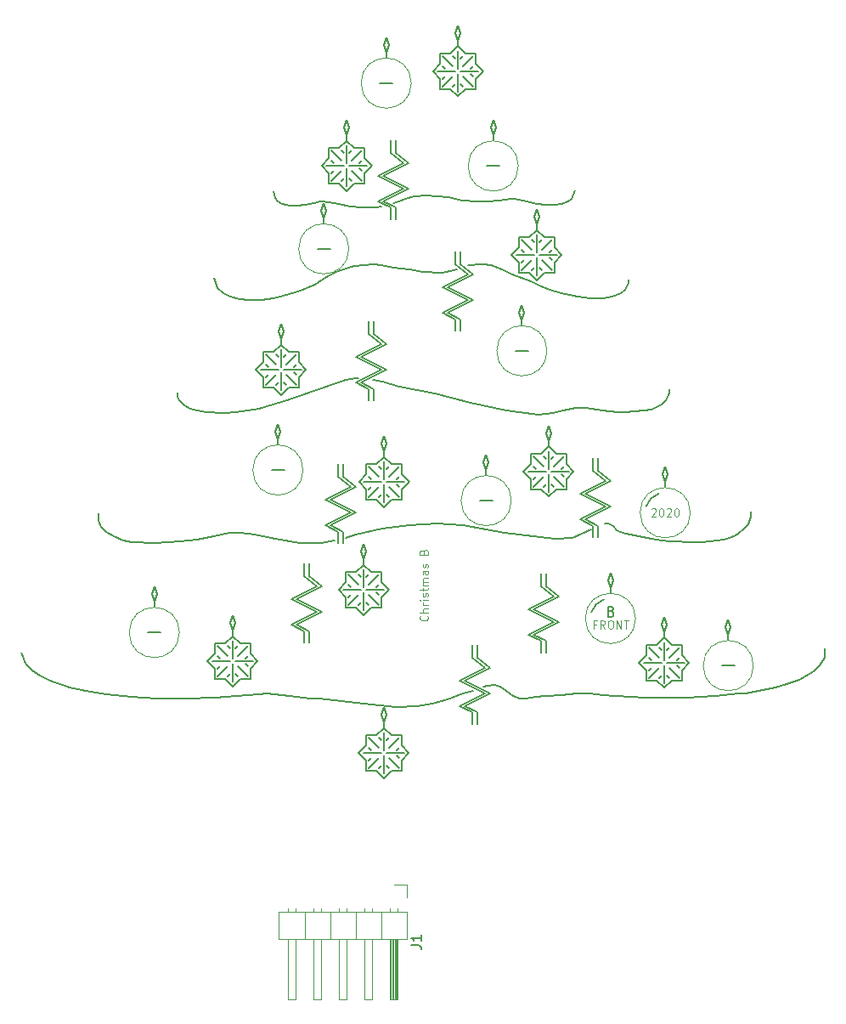
<source format=gto>
G04 #@! TF.GenerationSoftware,KiCad,Pcbnew,(5.1.5)-3*
G04 #@! TF.CreationDate,2020-10-31T02:18:31+01:00*
G04 #@! TF.ProjectId,Christmas B,43687269-7374-46d6-9173-20422e6b6963,rev?*
G04 #@! TF.SameCoordinates,Original*
G04 #@! TF.FileFunction,Legend,Top*
G04 #@! TF.FilePolarity,Positive*
%FSLAX46Y46*%
G04 Gerber Fmt 4.6, Leading zero omitted, Abs format (unit mm)*
G04 Created by KiCad (PCBNEW (5.1.5)-3) date 2020-10-31 02:18:31*
%MOMM*%
%LPD*%
G04 APERTURE LIST*
%ADD10C,0.100000*%
%ADD11C,0.200000*%
%ADD12C,0.150000*%
%ADD13C,0.120000*%
G04 APERTURE END LIST*
D10*
X105060714Y-120249571D02*
X105098809Y-120287666D01*
X105136904Y-120401952D01*
X105136904Y-120478142D01*
X105098809Y-120592428D01*
X105022619Y-120668619D01*
X104946428Y-120706714D01*
X104794047Y-120744809D01*
X104679761Y-120744809D01*
X104527380Y-120706714D01*
X104451190Y-120668619D01*
X104375000Y-120592428D01*
X104336904Y-120478142D01*
X104336904Y-120401952D01*
X104375000Y-120287666D01*
X104413095Y-120249571D01*
X105136904Y-119906714D02*
X104336904Y-119906714D01*
X105136904Y-119563857D02*
X104717857Y-119563857D01*
X104641666Y-119601952D01*
X104603571Y-119678142D01*
X104603571Y-119792428D01*
X104641666Y-119868619D01*
X104679761Y-119906714D01*
X105136904Y-119182904D02*
X104603571Y-119182904D01*
X104755952Y-119182904D02*
X104679761Y-119144809D01*
X104641666Y-119106714D01*
X104603571Y-119030523D01*
X104603571Y-118954333D01*
X105136904Y-118687666D02*
X104603571Y-118687666D01*
X104336904Y-118687666D02*
X104375000Y-118725761D01*
X104413095Y-118687666D01*
X104375000Y-118649571D01*
X104336904Y-118687666D01*
X104413095Y-118687666D01*
X105098809Y-118344809D02*
X105136904Y-118268619D01*
X105136904Y-118116238D01*
X105098809Y-118040047D01*
X105022619Y-118001952D01*
X104984523Y-118001952D01*
X104908333Y-118040047D01*
X104870238Y-118116238D01*
X104870238Y-118230523D01*
X104832142Y-118306714D01*
X104755952Y-118344809D01*
X104717857Y-118344809D01*
X104641666Y-118306714D01*
X104603571Y-118230523D01*
X104603571Y-118116238D01*
X104641666Y-118040047D01*
X104603571Y-117773380D02*
X104603571Y-117468619D01*
X104336904Y-117659095D02*
X105022619Y-117659095D01*
X105098809Y-117621000D01*
X105136904Y-117544809D01*
X105136904Y-117468619D01*
X105136904Y-117201952D02*
X104603571Y-117201952D01*
X104679761Y-117201952D02*
X104641666Y-117163857D01*
X104603571Y-117087666D01*
X104603571Y-116973380D01*
X104641666Y-116897190D01*
X104717857Y-116859095D01*
X105136904Y-116859095D01*
X104717857Y-116859095D02*
X104641666Y-116821000D01*
X104603571Y-116744809D01*
X104603571Y-116630523D01*
X104641666Y-116554333D01*
X104717857Y-116516238D01*
X105136904Y-116516238D01*
X105136904Y-115792428D02*
X104717857Y-115792428D01*
X104641666Y-115830523D01*
X104603571Y-115906714D01*
X104603571Y-116059095D01*
X104641666Y-116135285D01*
X105098809Y-115792428D02*
X105136904Y-115868619D01*
X105136904Y-116059095D01*
X105098809Y-116135285D01*
X105022619Y-116173380D01*
X104946428Y-116173380D01*
X104870238Y-116135285D01*
X104832142Y-116059095D01*
X104832142Y-115868619D01*
X104794047Y-115792428D01*
X105098809Y-115449571D02*
X105136904Y-115373380D01*
X105136904Y-115221000D01*
X105098809Y-115144809D01*
X105022619Y-115106714D01*
X104984523Y-115106714D01*
X104908333Y-115144809D01*
X104870238Y-115221000D01*
X104870238Y-115335285D01*
X104832142Y-115411476D01*
X104755952Y-115449571D01*
X104717857Y-115449571D01*
X104641666Y-115411476D01*
X104603571Y-115335285D01*
X104603571Y-115221000D01*
X104641666Y-115144809D01*
X104717857Y-113887666D02*
X104755952Y-113773380D01*
X104794047Y-113735285D01*
X104870238Y-113697190D01*
X104984523Y-113697190D01*
X105060714Y-113735285D01*
X105098809Y-113773380D01*
X105136904Y-113849571D01*
X105136904Y-114154333D01*
X104336904Y-114154333D01*
X104336904Y-113887666D01*
X104375000Y-113811476D01*
X104413095Y-113773380D01*
X104489285Y-113735285D01*
X104565476Y-113735285D01*
X104641666Y-113773380D01*
X104679761Y-113811476D01*
X104717857Y-113887666D01*
X104717857Y-114154333D01*
D11*
X110426500Y-85217000D02*
X109156500Y-85344000D01*
X106553000Y-86042500D02*
X108013500Y-85725000D01*
X119634000Y-78295500D02*
X119761000Y-77851000D01*
X119443500Y-78676500D02*
X119634000Y-78295500D01*
X119126000Y-78994000D02*
X119443500Y-78676500D01*
X118427500Y-79248000D02*
X119126000Y-78994000D01*
X117792500Y-79311500D02*
X118427500Y-79248000D01*
X116903500Y-79311500D02*
X117792500Y-79311500D01*
X116014500Y-79184500D02*
X116903500Y-79311500D01*
X114998500Y-78930500D02*
X116014500Y-79184500D01*
X113792000Y-78740000D02*
X114998500Y-78930500D01*
X113347500Y-78740000D02*
X113792000Y-78740000D01*
X112268000Y-78867000D02*
X113347500Y-78740000D01*
X110998000Y-78994000D02*
X112268000Y-78867000D01*
X110109000Y-78994000D02*
X110998000Y-78994000D01*
X108521500Y-78867000D02*
X110109000Y-78994000D01*
X107188000Y-78549500D02*
X108521500Y-78867000D01*
X105981500Y-78422500D02*
X107188000Y-78549500D01*
X104965500Y-78359000D02*
X105981500Y-78422500D01*
X103759000Y-78486000D02*
X104965500Y-78359000D01*
X102870000Y-78740000D02*
X103759000Y-78486000D01*
X102298500Y-78994000D02*
X102870000Y-78740000D01*
X101663500Y-79121000D02*
X102298500Y-78994000D01*
X99949000Y-79565500D02*
X100457000Y-79438500D01*
X98615500Y-79565500D02*
X99949000Y-79565500D01*
X97345500Y-79438500D02*
X98615500Y-79565500D01*
X96266000Y-79248000D02*
X97345500Y-79438500D01*
X95250000Y-79057500D02*
X96266000Y-79248000D01*
X94551500Y-78994000D02*
X95250000Y-79057500D01*
X94361000Y-78994000D02*
X94551500Y-78994000D01*
X93789500Y-79121000D02*
X94361000Y-78994000D01*
X92900500Y-79311500D02*
X93789500Y-79121000D01*
X92138500Y-79375000D02*
X92900500Y-79311500D01*
X91376500Y-79375000D02*
X92138500Y-79375000D01*
X90995500Y-79311500D02*
X91376500Y-79375000D01*
X90551000Y-79184500D02*
X90995500Y-79311500D01*
X90170000Y-78930500D02*
X90551000Y-79184500D01*
X89916000Y-78613000D02*
X90170000Y-78930500D01*
X89725500Y-77978000D02*
X89916000Y-78613000D01*
X125095000Y-87058500D02*
X125158500Y-86741000D01*
X124777500Y-87757000D02*
X125095000Y-87058500D01*
X124333000Y-88138000D02*
X124777500Y-87757000D01*
X123507500Y-88455500D02*
X124333000Y-88138000D01*
X122555000Y-88582500D02*
X123507500Y-88455500D01*
X121285000Y-88582500D02*
X122555000Y-88582500D01*
X120015000Y-88455500D02*
X121285000Y-88582500D01*
X118427500Y-88138000D02*
X120015000Y-88455500D01*
X117221000Y-87757000D02*
X118427500Y-88138000D01*
X116268500Y-87376000D02*
X117221000Y-87757000D01*
X115379500Y-86931500D02*
X116268500Y-87376000D01*
X114490500Y-86614000D02*
X115379500Y-86931500D01*
X113538000Y-86233000D02*
X114490500Y-86614000D01*
X112712500Y-85852000D02*
X113538000Y-86233000D01*
X112077500Y-85534500D02*
X112712500Y-85852000D01*
X111442500Y-85344000D02*
X112077500Y-85534500D01*
X110680500Y-85217000D02*
X111442500Y-85344000D01*
X110426500Y-85217000D02*
X110680500Y-85217000D01*
X104648000Y-85979000D02*
X106553000Y-86042500D01*
X103251000Y-85725000D02*
X104648000Y-85979000D01*
X101663500Y-85534500D02*
X103251000Y-85725000D01*
X100457000Y-85280500D02*
X101663500Y-85534500D01*
X99758500Y-85217000D02*
X100457000Y-85280500D01*
X97790000Y-85407500D02*
X99758500Y-85217000D01*
X96202500Y-85915500D02*
X97790000Y-85407500D01*
X95186500Y-86423500D02*
X96202500Y-85915500D01*
X94234000Y-86995000D02*
X95186500Y-86423500D01*
X93853000Y-87249000D02*
X94234000Y-86995000D01*
X93599000Y-87376000D02*
X93853000Y-87249000D01*
X92456000Y-87884000D02*
X93599000Y-87376000D01*
X91567000Y-88138000D02*
X92456000Y-87884000D01*
X90424000Y-88455500D02*
X91567000Y-88138000D01*
X89725500Y-88582500D02*
X90424000Y-88455500D01*
X88519000Y-88773000D02*
X89725500Y-88582500D01*
X87249000Y-88773000D02*
X88519000Y-88773000D01*
X86360000Y-88709500D02*
X87249000Y-88773000D01*
X85407500Y-88455500D02*
X86360000Y-88709500D01*
X84709000Y-88138000D02*
X85407500Y-88455500D01*
X84137500Y-87566500D02*
X84709000Y-88138000D01*
X83820000Y-86614000D02*
X84137500Y-87566500D01*
X144716500Y-124015500D02*
X144716500Y-123507500D01*
X144653000Y-124396500D02*
X144716500Y-124015500D01*
X144208500Y-125222000D02*
X144653000Y-124396500D01*
X143573500Y-125793500D02*
X144208500Y-125222000D01*
X143129000Y-126047500D02*
X143573500Y-125793500D01*
X142113000Y-126619000D02*
X143129000Y-126047500D01*
X140906500Y-127063500D02*
X142113000Y-126619000D01*
X139763500Y-127381000D02*
X140906500Y-127063500D01*
X139319000Y-127444500D02*
X139763500Y-127381000D01*
X138049000Y-127698500D02*
X139319000Y-127444500D01*
X136779000Y-127952500D02*
X138049000Y-127698500D01*
X136144000Y-128016000D02*
X136779000Y-127952500D01*
X133731000Y-128270000D02*
X136144000Y-128016000D01*
X132207000Y-128333500D02*
X133731000Y-128270000D01*
X131000500Y-128397000D02*
X132207000Y-128333500D01*
X128016000Y-128397000D02*
X131000500Y-128397000D01*
X126746000Y-128397000D02*
X128016000Y-128397000D01*
X125476000Y-128333500D02*
X126746000Y-128397000D01*
X123888500Y-128270000D02*
X125476000Y-128333500D01*
X122618500Y-128143000D02*
X123888500Y-128270000D01*
X121221500Y-128016000D02*
X122618500Y-128143000D01*
X120459500Y-127952500D02*
X121221500Y-128016000D01*
X119951500Y-128016000D02*
X120459500Y-127952500D01*
X118427500Y-128143000D02*
X119951500Y-128016000D01*
X116840000Y-128270000D02*
X118427500Y-128143000D01*
X115887500Y-128333500D02*
X116840000Y-128270000D01*
X114871500Y-128460500D02*
X115887500Y-128333500D01*
X114300000Y-128460500D02*
X114871500Y-128460500D01*
X113601500Y-128270000D02*
X114300000Y-128460500D01*
X112966500Y-127762000D02*
X113601500Y-128270000D01*
X112331500Y-127317500D02*
X112966500Y-127762000D01*
X111760000Y-127127000D02*
X112331500Y-127317500D01*
X111061500Y-127190500D02*
X111760000Y-127127000D01*
X110680500Y-127317500D02*
X111061500Y-127190500D01*
X108648500Y-128016000D02*
X109664500Y-127698500D01*
X107061000Y-128587500D02*
X108648500Y-128016000D01*
X105537000Y-129032000D02*
X107061000Y-128587500D01*
X104013000Y-129286000D02*
X105537000Y-129032000D01*
X101917500Y-129349500D02*
X104013000Y-129286000D01*
X98679000Y-129032000D02*
X101917500Y-129349500D01*
X94297500Y-128524000D02*
X98679000Y-129032000D01*
X93916500Y-128524000D02*
X94297500Y-128524000D01*
X93408500Y-128460500D02*
X93916500Y-128524000D01*
X91313000Y-128270000D02*
X93408500Y-128460500D01*
X89852500Y-128079500D02*
X91313000Y-128270000D01*
X89027000Y-128016000D02*
X89852500Y-128079500D01*
X88265000Y-128079500D02*
X89027000Y-128016000D01*
X84899500Y-128333500D02*
X88265000Y-128079500D01*
X83947000Y-128397000D02*
X84899500Y-128333500D01*
X80835500Y-128524000D02*
X83947000Y-128397000D01*
X78803500Y-128524000D02*
X80835500Y-128524000D01*
X78041500Y-128460500D02*
X78803500Y-128524000D01*
X75565000Y-128333500D02*
X78041500Y-128460500D01*
X73088500Y-128079500D02*
X75565000Y-128333500D01*
X70993000Y-127762000D02*
X73088500Y-128079500D01*
X69405500Y-127381000D02*
X70993000Y-127762000D01*
X67437000Y-126682500D02*
X69405500Y-127381000D01*
X66421000Y-126174500D02*
X67437000Y-126682500D01*
X65722500Y-125730000D02*
X66421000Y-126174500D01*
X65214500Y-125222000D02*
X65722500Y-125730000D01*
X64960500Y-124841000D02*
X65214500Y-125222000D01*
X64833500Y-124523500D02*
X64960500Y-124841000D01*
X64579500Y-123888500D02*
X64833500Y-124523500D01*
X137287000Y-110363000D02*
X137287000Y-109855000D01*
X137223500Y-110617000D02*
X137287000Y-110363000D01*
X137033000Y-111125000D02*
X137223500Y-110617000D01*
X136652000Y-111569500D02*
X137033000Y-111125000D01*
X136080500Y-112077500D02*
X136652000Y-111569500D01*
X135763000Y-112268000D02*
X136080500Y-112077500D01*
X135191500Y-112522000D02*
X135763000Y-112268000D01*
X134620000Y-112649000D02*
X135191500Y-112522000D01*
X133921500Y-112776000D02*
X134620000Y-112649000D01*
X132461000Y-112903000D02*
X133921500Y-112776000D01*
X131635500Y-112903000D02*
X132461000Y-112903000D01*
X129286000Y-112839500D02*
X131635500Y-112903000D01*
X128397000Y-112712500D02*
X129286000Y-112839500D01*
X127381000Y-112585500D02*
X128397000Y-112712500D01*
X126111000Y-112331500D02*
X127381000Y-112585500D01*
X124904500Y-112077500D02*
X126111000Y-112331500D01*
X124269500Y-111887000D02*
X124904500Y-112077500D01*
X123952000Y-111696500D02*
X124269500Y-111887000D01*
X123571000Y-111315500D02*
X123952000Y-111696500D01*
X123126500Y-111061500D02*
X123571000Y-111315500D01*
X122745500Y-111061500D02*
X123126500Y-111061500D01*
X119507000Y-112522000D02*
X121412000Y-111633000D01*
X117729000Y-112585500D02*
X119507000Y-112522000D01*
X112776000Y-111950500D02*
X117729000Y-112585500D01*
X108585000Y-111252000D02*
X112776000Y-111950500D01*
X106045000Y-111061500D02*
X108585000Y-111252000D01*
X103314500Y-111188500D02*
X106045000Y-111061500D01*
X100584000Y-111569500D02*
X103314500Y-111188500D01*
X97980500Y-112141000D02*
X100584000Y-111569500D01*
X96964500Y-112458500D02*
X97980500Y-112141000D01*
X94488000Y-112966500D02*
X95821500Y-112712500D01*
X92392500Y-112966500D02*
X94488000Y-112966500D01*
X89916000Y-112585500D02*
X92392500Y-112966500D01*
X87884000Y-112141000D02*
X89916000Y-112585500D01*
X86423500Y-111950500D02*
X87884000Y-112141000D01*
X85344000Y-111950500D02*
X86423500Y-111950500D01*
X83820000Y-112331500D02*
X85344000Y-111950500D01*
X82105500Y-112649000D02*
X83820000Y-112331500D01*
X80454500Y-112839500D02*
X82105500Y-112649000D01*
X77978000Y-113030000D02*
X80454500Y-112839500D01*
X75628500Y-112903000D02*
X77978000Y-113030000D01*
X74739500Y-112712500D02*
X75628500Y-112903000D01*
X73787000Y-112331500D02*
X74739500Y-112712500D01*
X73025000Y-111887000D02*
X73787000Y-112331500D01*
X72580500Y-111379000D02*
X73025000Y-111887000D01*
X72263000Y-110807500D02*
X72580500Y-111379000D01*
X72263000Y-110045500D02*
X72263000Y-110807500D01*
X129159000Y-98044000D02*
X129159000Y-97663000D01*
X129095500Y-98298000D02*
X129159000Y-98044000D01*
X128841500Y-98806000D02*
X129095500Y-98298000D01*
X128460500Y-99187000D02*
X128841500Y-98806000D01*
X127762000Y-99568000D02*
X128460500Y-99187000D01*
X127381000Y-99695000D02*
X127762000Y-99568000D01*
X126682500Y-99822000D02*
X127381000Y-99695000D01*
X124777500Y-99949000D02*
X126682500Y-99822000D01*
X124015500Y-99949000D02*
X124777500Y-99949000D01*
X122491500Y-99758500D02*
X124015500Y-99949000D01*
X120904000Y-99568000D02*
X122491500Y-99758500D01*
X119888000Y-99504500D02*
X120904000Y-99568000D01*
X118618000Y-99758500D02*
X119888000Y-99504500D01*
X117602000Y-100076000D02*
X118618000Y-99758500D01*
X116141500Y-100203000D02*
X117602000Y-100076000D01*
X112966500Y-99758500D02*
X116141500Y-100203000D01*
X109410500Y-99060000D02*
X112966500Y-99758500D01*
X105854500Y-98107500D02*
X109410500Y-99060000D01*
X102298500Y-97409000D02*
X105854500Y-98107500D01*
X100584000Y-96901000D02*
X102298500Y-97409000D01*
X99631500Y-96774000D02*
X100584000Y-96901000D01*
X97917000Y-96583500D02*
X98171000Y-96583500D01*
X96901000Y-96774000D02*
X97917000Y-96583500D01*
X94996000Y-97409000D02*
X96901000Y-96774000D01*
X91122500Y-98806000D02*
X94996000Y-97409000D01*
X88519000Y-99568000D02*
X91122500Y-98806000D01*
X88265000Y-99631500D02*
X88519000Y-99568000D01*
X86042500Y-99949000D02*
X88265000Y-99631500D01*
X84772500Y-100012500D02*
X86042500Y-99949000D01*
X83058000Y-99949000D02*
X84772500Y-100012500D01*
X82105500Y-99822000D02*
X83058000Y-99949000D01*
X81407000Y-99631500D02*
X82105500Y-99822000D01*
X80835500Y-99314000D02*
X81407000Y-99631500D01*
X80327500Y-98806000D02*
X80835500Y-99314000D01*
X80137000Y-98425000D02*
X80327500Y-98806000D01*
X80137000Y-97980500D02*
X80137000Y-98425000D01*
D12*
X126873001Y-109347000D02*
G75*
G02X128143001Y-108077001I1904999J-635000D01*
G01*
X129032000Y-106172000D02*
X128778000Y-106934000D01*
X128778000Y-105410000D02*
X129032000Y-106172000D01*
X128524000Y-106172000D02*
X128778000Y-105410000D01*
X128778000Y-106934000D02*
X128524000Y-106172000D01*
X128778000Y-107442000D02*
X128778000Y-106934000D01*
D10*
X131278000Y-109982000D02*
G75*
G03X131278000Y-109982000I-2500000J0D01*
G01*
D12*
X121412001Y-119888000D02*
G75*
G02X122682001Y-118618001I1904999J-635000D01*
G01*
X123571000Y-116713000D02*
X123317000Y-117475000D01*
X123317000Y-115951000D02*
X123571000Y-116713000D01*
X123063000Y-116713000D02*
X123317000Y-115951000D01*
X123317000Y-117475000D02*
X123063000Y-116713000D01*
X123317000Y-117983000D02*
X123317000Y-117475000D01*
D10*
X125817000Y-120523000D02*
G75*
G03X125817000Y-120523000I-2500000J0D01*
G01*
D12*
X102235000Y-134429500D02*
X101981000Y-134175500D01*
X102235000Y-133413500D02*
X101981000Y-133667500D01*
X99441000Y-134429500D02*
X99187000Y-134683500D01*
X99441000Y-133667500D02*
X99187000Y-133413500D01*
X100965000Y-135191500D02*
X101219000Y-135445500D01*
X100203000Y-135445500D02*
X100457000Y-135191500D01*
X100965000Y-132651500D02*
X101219000Y-132397500D01*
X100203000Y-132397500D02*
X100457000Y-132651500D01*
X100203000Y-134429500D02*
X99187000Y-135445500D01*
X101219000Y-134429500D02*
X102235000Y-135445500D01*
X101219000Y-133413500D02*
X102235000Y-132397500D01*
X99187000Y-132397500D02*
X100203000Y-133413500D01*
X100711000Y-133667500D02*
X100711000Y-131889500D01*
X100965000Y-133921500D02*
X102743000Y-133921500D01*
X98679000Y-133921500D02*
X100457000Y-133921500D01*
X100711000Y-134175500D02*
X100711000Y-135953500D01*
X101473000Y-132143500D02*
X102489000Y-132143500D01*
X100711000Y-131421500D02*
X99949000Y-132143500D01*
X101473000Y-135699500D02*
X102489000Y-135699500D01*
X100711000Y-136421500D02*
X99949000Y-135699500D01*
X102489000Y-133159500D02*
X103211000Y-133921500D01*
X102489000Y-134683500D02*
X103211000Y-133921500D01*
X102489000Y-134683500D02*
X102489000Y-135699500D01*
X98933000Y-134683500D02*
X98933000Y-135699500D01*
X98933000Y-133159500D02*
X98933000Y-132143500D01*
X99949000Y-135699500D02*
X98933000Y-135699500D01*
X102489000Y-132143500D02*
X102489000Y-133159500D01*
X98933000Y-132143500D02*
X99949000Y-132143500D01*
X101473000Y-132143500D02*
X100711000Y-131421500D01*
X100711000Y-136421500D02*
X101473000Y-135699500D01*
X98211000Y-133921500D02*
X98933000Y-134683500D01*
X98933000Y-133159500D02*
X98211000Y-133921500D01*
X100965000Y-130111500D02*
X100711000Y-130873500D01*
X100711000Y-129349500D02*
X100965000Y-130111500D01*
X100457000Y-130111500D02*
X100711000Y-129349500D01*
X100711000Y-130873500D02*
X100457000Y-130111500D01*
X100711000Y-131381500D02*
X100711000Y-130873500D01*
X92773500Y-116332000D02*
X92773500Y-115062000D01*
X91503500Y-121158000D02*
X92773500Y-121828000D01*
X94043500Y-117348000D02*
X91503500Y-118618000D01*
X91503500Y-118618000D02*
X94043500Y-119888000D01*
X92773500Y-116332000D02*
X94043500Y-117348000D01*
X92773500Y-121828000D02*
X92773500Y-122936000D01*
X94043500Y-119888000D02*
X91503500Y-121158000D01*
X93281500Y-121828000D02*
X93281500Y-122936000D01*
X93281500Y-116332000D02*
X93281500Y-115062000D01*
X92011500Y-121158000D02*
X93281500Y-121828000D01*
X94551500Y-119888000D02*
X92011500Y-121158000D01*
X92011500Y-118618000D02*
X94551500Y-119888000D01*
X94551500Y-117348000D02*
X92011500Y-118618000D01*
X93281500Y-116332000D02*
X94551500Y-117348000D01*
X87185500Y-125285500D02*
X86931500Y-125031500D01*
X87185500Y-124269500D02*
X86931500Y-124523500D01*
X84391500Y-125285500D02*
X84137500Y-125539500D01*
X84391500Y-124523500D02*
X84137500Y-124269500D01*
X85915500Y-126047500D02*
X86169500Y-126301500D01*
X85153500Y-126301500D02*
X85407500Y-126047500D01*
X85915500Y-123507500D02*
X86169500Y-123253500D01*
X85153500Y-123253500D02*
X85407500Y-123507500D01*
X85153500Y-125285500D02*
X84137500Y-126301500D01*
X86169500Y-125285500D02*
X87185500Y-126301500D01*
X86169500Y-124269500D02*
X87185500Y-123253500D01*
X84137500Y-123253500D02*
X85153500Y-124269500D01*
X85661500Y-124523500D02*
X85661500Y-122745500D01*
X85915500Y-124777500D02*
X87693500Y-124777500D01*
X83629500Y-124777500D02*
X85407500Y-124777500D01*
X85661500Y-125031500D02*
X85661500Y-126809500D01*
X86423500Y-122999500D02*
X87439500Y-122999500D01*
X85661500Y-122277500D02*
X84899500Y-122999500D01*
X86423500Y-126555500D02*
X87439500Y-126555500D01*
X85661500Y-127277500D02*
X84899500Y-126555500D01*
X87439500Y-124015500D02*
X88161500Y-124777500D01*
X87439500Y-125539500D02*
X88161500Y-124777500D01*
X87439500Y-125539500D02*
X87439500Y-126555500D01*
X83883500Y-125539500D02*
X83883500Y-126555500D01*
X83883500Y-124015500D02*
X83883500Y-122999500D01*
X84899500Y-126555500D02*
X83883500Y-126555500D01*
X87439500Y-122999500D02*
X87439500Y-124015500D01*
X83883500Y-122999500D02*
X84899500Y-122999500D01*
X86423500Y-122999500D02*
X85661500Y-122277500D01*
X85661500Y-127277500D02*
X86423500Y-126555500D01*
X83161500Y-124777500D02*
X83883500Y-125539500D01*
X83883500Y-124015500D02*
X83161500Y-124777500D01*
X85915500Y-120967500D02*
X85661500Y-121729500D01*
X85661500Y-120205500D02*
X85915500Y-120967500D01*
X85407500Y-120967500D02*
X85661500Y-120205500D01*
X85661500Y-121729500D02*
X85407500Y-120967500D01*
X85661500Y-122237500D02*
X85661500Y-121729500D01*
X101409500Y-74104500D02*
X101409500Y-72834500D01*
X100139500Y-78930500D02*
X101409500Y-79600500D01*
X102679500Y-75120500D02*
X100139500Y-76390500D01*
X100139500Y-76390500D02*
X102679500Y-77660500D01*
X101409500Y-74104500D02*
X102679500Y-75120500D01*
X101409500Y-79600500D02*
X101409500Y-80708500D01*
X102679500Y-77660500D02*
X100139500Y-78930500D01*
X101917500Y-79600500D02*
X101917500Y-80708500D01*
X101917500Y-74104500D02*
X101917500Y-72834500D01*
X100647500Y-78930500D02*
X101917500Y-79600500D01*
X103187500Y-77660500D02*
X100647500Y-78930500D01*
X100647500Y-76390500D02*
X103187500Y-77660500D01*
X103187500Y-75120500D02*
X100647500Y-76390500D01*
X101917500Y-74104500D02*
X103187500Y-75120500D01*
X109664500Y-66484500D02*
X109410500Y-66230500D01*
X109664500Y-65468500D02*
X109410500Y-65722500D01*
X106870500Y-66484500D02*
X106616500Y-66738500D01*
X106870500Y-65722500D02*
X106616500Y-65468500D01*
X108394500Y-67246500D02*
X108648500Y-67500500D01*
X107632500Y-67500500D02*
X107886500Y-67246500D01*
X108394500Y-64706500D02*
X108648500Y-64452500D01*
X107632500Y-64452500D02*
X107886500Y-64706500D01*
X107632500Y-66484500D02*
X106616500Y-67500500D01*
X108648500Y-66484500D02*
X109664500Y-67500500D01*
X108648500Y-65468500D02*
X109664500Y-64452500D01*
X106616500Y-64452500D02*
X107632500Y-65468500D01*
X108140500Y-65722500D02*
X108140500Y-63944500D01*
X108394500Y-65976500D02*
X110172500Y-65976500D01*
X106108500Y-65976500D02*
X107886500Y-65976500D01*
X108140500Y-66230500D02*
X108140500Y-68008500D01*
X108902500Y-64198500D02*
X109918500Y-64198500D01*
X108140500Y-63476500D02*
X107378500Y-64198500D01*
X108902500Y-67754500D02*
X109918500Y-67754500D01*
X108140500Y-68476500D02*
X107378500Y-67754500D01*
X109918500Y-65214500D02*
X110640500Y-65976500D01*
X109918500Y-66738500D02*
X110640500Y-65976500D01*
X109918500Y-66738500D02*
X109918500Y-67754500D01*
X106362500Y-66738500D02*
X106362500Y-67754500D01*
X106362500Y-65214500D02*
X106362500Y-64198500D01*
X107378500Y-67754500D02*
X106362500Y-67754500D01*
X109918500Y-64198500D02*
X109918500Y-65214500D01*
X106362500Y-64198500D02*
X107378500Y-64198500D01*
X108902500Y-64198500D02*
X108140500Y-63476500D01*
X108140500Y-68476500D02*
X108902500Y-67754500D01*
X105640500Y-65976500D02*
X106362500Y-66738500D01*
X106362500Y-65214500D02*
X105640500Y-65976500D01*
X108394500Y-62166500D02*
X108140500Y-62928500D01*
X108140500Y-61404500D02*
X108394500Y-62166500D01*
X107886500Y-62166500D02*
X108140500Y-61404500D01*
X108140500Y-62928500D02*
X107886500Y-62166500D01*
X108140500Y-63436500D02*
X108140500Y-62928500D01*
X102298500Y-107442000D02*
X102044500Y-107188000D01*
X102298500Y-106426000D02*
X102044500Y-106680000D01*
X99504500Y-107442000D02*
X99250500Y-107696000D01*
X99504500Y-106680000D02*
X99250500Y-106426000D01*
X101028500Y-108204000D02*
X101282500Y-108458000D01*
X100266500Y-108458000D02*
X100520500Y-108204000D01*
X101028500Y-105664000D02*
X101282500Y-105410000D01*
X100266500Y-105410000D02*
X100520500Y-105664000D01*
X100266500Y-107442000D02*
X99250500Y-108458000D01*
X101282500Y-107442000D02*
X102298500Y-108458000D01*
X101282500Y-106426000D02*
X102298500Y-105410000D01*
X99250500Y-105410000D02*
X100266500Y-106426000D01*
X100774500Y-106680000D02*
X100774500Y-104902000D01*
X101028500Y-106934000D02*
X102806500Y-106934000D01*
X98742500Y-106934000D02*
X100520500Y-106934000D01*
X100774500Y-107188000D02*
X100774500Y-108966000D01*
X101536500Y-105156000D02*
X102552500Y-105156000D01*
X100774500Y-104434000D02*
X100012500Y-105156000D01*
X101536500Y-108712000D02*
X102552500Y-108712000D01*
X100774500Y-109434000D02*
X100012500Y-108712000D01*
X102552500Y-106172000D02*
X103274500Y-106934000D01*
X102552500Y-107696000D02*
X103274500Y-106934000D01*
X102552500Y-107696000D02*
X102552500Y-108712000D01*
X98996500Y-107696000D02*
X98996500Y-108712000D01*
X98996500Y-106172000D02*
X98996500Y-105156000D01*
X100012500Y-108712000D02*
X98996500Y-108712000D01*
X102552500Y-105156000D02*
X102552500Y-106172000D01*
X98996500Y-105156000D02*
X100012500Y-105156000D01*
X101536500Y-105156000D02*
X100774500Y-104434000D01*
X100774500Y-109434000D02*
X101536500Y-108712000D01*
X98274500Y-106934000D02*
X98996500Y-107696000D01*
X98996500Y-106172000D02*
X98274500Y-106934000D01*
X101028500Y-103124000D02*
X100774500Y-103886000D01*
X100774500Y-102362000D02*
X101028500Y-103124000D01*
X100520500Y-103124000D02*
X100774500Y-102362000D01*
X100774500Y-103886000D02*
X100520500Y-103124000D01*
X100774500Y-104394000D02*
X100774500Y-103886000D01*
X115951000Y-81788000D02*
X115951000Y-81280000D01*
X115951000Y-81280000D02*
X115697000Y-80518000D01*
X115697000Y-80518000D02*
X115951000Y-79756000D01*
X115951000Y-79756000D02*
X116205000Y-80518000D01*
X116205000Y-80518000D02*
X115951000Y-81280000D01*
X114173000Y-83566000D02*
X113451000Y-84328000D01*
X113451000Y-84328000D02*
X114173000Y-85090000D01*
X115951000Y-86828000D02*
X116713000Y-86106000D01*
X116713000Y-82550000D02*
X115951000Y-81828000D01*
X114173000Y-82550000D02*
X115189000Y-82550000D01*
X117729000Y-82550000D02*
X117729000Y-83566000D01*
X115189000Y-86106000D02*
X114173000Y-86106000D01*
X114173000Y-83566000D02*
X114173000Y-82550000D01*
X114173000Y-85090000D02*
X114173000Y-86106000D01*
X117729000Y-85090000D02*
X117729000Y-86106000D01*
X117729000Y-85090000D02*
X118451000Y-84328000D01*
X117729000Y-83566000D02*
X118451000Y-84328000D01*
X115951000Y-86828000D02*
X115189000Y-86106000D01*
X116713000Y-86106000D02*
X117729000Y-86106000D01*
X115951000Y-81828000D02*
X115189000Y-82550000D01*
X116713000Y-82550000D02*
X117729000Y-82550000D01*
X115951000Y-84582000D02*
X115951000Y-86360000D01*
X113919000Y-84328000D02*
X115697000Y-84328000D01*
X116205000Y-84328000D02*
X117983000Y-84328000D01*
X115951000Y-84074000D02*
X115951000Y-82296000D01*
X114427000Y-82804000D02*
X115443000Y-83820000D01*
X116459000Y-83820000D02*
X117475000Y-82804000D01*
X116459000Y-84836000D02*
X117475000Y-85852000D01*
X115443000Y-84836000D02*
X114427000Y-85852000D01*
X115443000Y-82804000D02*
X115697000Y-83058000D01*
X116205000Y-83058000D02*
X116459000Y-82804000D01*
X115443000Y-85852000D02*
X115697000Y-85598000D01*
X116205000Y-85598000D02*
X116459000Y-85852000D01*
X114681000Y-84074000D02*
X114427000Y-83820000D01*
X114681000Y-84836000D02*
X114427000Y-85090000D01*
X117475000Y-83820000D02*
X117221000Y-84074000D01*
X117475000Y-84836000D02*
X117221000Y-84582000D01*
X97028000Y-72898000D02*
X97028000Y-72390000D01*
X97028000Y-72390000D02*
X96774000Y-71628000D01*
X96774000Y-71628000D02*
X97028000Y-70866000D01*
X97028000Y-70866000D02*
X97282000Y-71628000D01*
X97282000Y-71628000D02*
X97028000Y-72390000D01*
X95250000Y-74676000D02*
X94528000Y-75438000D01*
X94528000Y-75438000D02*
X95250000Y-76200000D01*
X97028000Y-77938000D02*
X97790000Y-77216000D01*
X97790000Y-73660000D02*
X97028000Y-72938000D01*
X95250000Y-73660000D02*
X96266000Y-73660000D01*
X98806000Y-73660000D02*
X98806000Y-74676000D01*
X96266000Y-77216000D02*
X95250000Y-77216000D01*
X95250000Y-74676000D02*
X95250000Y-73660000D01*
X95250000Y-76200000D02*
X95250000Y-77216000D01*
X98806000Y-76200000D02*
X98806000Y-77216000D01*
X98806000Y-76200000D02*
X99528000Y-75438000D01*
X98806000Y-74676000D02*
X99528000Y-75438000D01*
X97028000Y-77938000D02*
X96266000Y-77216000D01*
X97790000Y-77216000D02*
X98806000Y-77216000D01*
X97028000Y-72938000D02*
X96266000Y-73660000D01*
X97790000Y-73660000D02*
X98806000Y-73660000D01*
X97028000Y-75692000D02*
X97028000Y-77470000D01*
X94996000Y-75438000D02*
X96774000Y-75438000D01*
X97282000Y-75438000D02*
X99060000Y-75438000D01*
X97028000Y-75184000D02*
X97028000Y-73406000D01*
X95504000Y-73914000D02*
X96520000Y-74930000D01*
X97536000Y-74930000D02*
X98552000Y-73914000D01*
X97536000Y-75946000D02*
X98552000Y-76962000D01*
X96520000Y-75946000D02*
X95504000Y-76962000D01*
X96520000Y-73914000D02*
X96774000Y-74168000D01*
X97282000Y-74168000D02*
X97536000Y-73914000D01*
X96520000Y-76962000D02*
X96774000Y-76708000D01*
X97282000Y-76708000D02*
X97536000Y-76962000D01*
X95758000Y-75184000D02*
X95504000Y-74930000D01*
X95758000Y-75946000D02*
X95504000Y-76200000D01*
X98552000Y-74930000D02*
X98298000Y-75184000D01*
X98552000Y-75946000D02*
X98298000Y-75692000D01*
X128651000Y-122364500D02*
X128651000Y-121856500D01*
X128651000Y-121856500D02*
X128397000Y-121094500D01*
X128397000Y-121094500D02*
X128651000Y-120332500D01*
X128651000Y-120332500D02*
X128905000Y-121094500D01*
X128905000Y-121094500D02*
X128651000Y-121856500D01*
X126873000Y-124142500D02*
X126151000Y-124904500D01*
X126151000Y-124904500D02*
X126873000Y-125666500D01*
X128651000Y-127404500D02*
X129413000Y-126682500D01*
X129413000Y-123126500D02*
X128651000Y-122404500D01*
X126873000Y-123126500D02*
X127889000Y-123126500D01*
X130429000Y-123126500D02*
X130429000Y-124142500D01*
X127889000Y-126682500D02*
X126873000Y-126682500D01*
X126873000Y-124142500D02*
X126873000Y-123126500D01*
X126873000Y-125666500D02*
X126873000Y-126682500D01*
X130429000Y-125666500D02*
X130429000Y-126682500D01*
X130429000Y-125666500D02*
X131151000Y-124904500D01*
X130429000Y-124142500D02*
X131151000Y-124904500D01*
X128651000Y-127404500D02*
X127889000Y-126682500D01*
X129413000Y-126682500D02*
X130429000Y-126682500D01*
X128651000Y-122404500D02*
X127889000Y-123126500D01*
X129413000Y-123126500D02*
X130429000Y-123126500D01*
X128651000Y-125158500D02*
X128651000Y-126936500D01*
X126619000Y-124904500D02*
X128397000Y-124904500D01*
X128905000Y-124904500D02*
X130683000Y-124904500D01*
X128651000Y-124650500D02*
X128651000Y-122872500D01*
X127127000Y-123380500D02*
X128143000Y-124396500D01*
X129159000Y-124396500D02*
X130175000Y-123380500D01*
X129159000Y-125412500D02*
X130175000Y-126428500D01*
X128143000Y-125412500D02*
X127127000Y-126428500D01*
X128143000Y-123380500D02*
X128397000Y-123634500D01*
X128905000Y-123634500D02*
X129159000Y-123380500D01*
X128143000Y-126428500D02*
X128397000Y-126174500D01*
X128905000Y-126174500D02*
X129159000Y-126428500D01*
X127381000Y-124650500D02*
X127127000Y-124396500D01*
X127381000Y-125412500D02*
X127127000Y-125666500D01*
X130175000Y-124396500D02*
X129921000Y-124650500D01*
X130175000Y-125412500D02*
X129921000Y-125158500D01*
X117157500Y-103314500D02*
X117157500Y-102806500D01*
X117157500Y-102806500D02*
X116903500Y-102044500D01*
X116903500Y-102044500D02*
X117157500Y-101282500D01*
X117157500Y-101282500D02*
X117411500Y-102044500D01*
X117411500Y-102044500D02*
X117157500Y-102806500D01*
X115379500Y-105092500D02*
X114657500Y-105854500D01*
X114657500Y-105854500D02*
X115379500Y-106616500D01*
X117157500Y-108354500D02*
X117919500Y-107632500D01*
X117919500Y-104076500D02*
X117157500Y-103354500D01*
X115379500Y-104076500D02*
X116395500Y-104076500D01*
X118935500Y-104076500D02*
X118935500Y-105092500D01*
X116395500Y-107632500D02*
X115379500Y-107632500D01*
X115379500Y-105092500D02*
X115379500Y-104076500D01*
X115379500Y-106616500D02*
X115379500Y-107632500D01*
X118935500Y-106616500D02*
X118935500Y-107632500D01*
X118935500Y-106616500D02*
X119657500Y-105854500D01*
X118935500Y-105092500D02*
X119657500Y-105854500D01*
X117157500Y-108354500D02*
X116395500Y-107632500D01*
X117919500Y-107632500D02*
X118935500Y-107632500D01*
X117157500Y-103354500D02*
X116395500Y-104076500D01*
X117919500Y-104076500D02*
X118935500Y-104076500D01*
X117157500Y-106108500D02*
X117157500Y-107886500D01*
X115125500Y-105854500D02*
X116903500Y-105854500D01*
X117411500Y-105854500D02*
X119189500Y-105854500D01*
X117157500Y-105600500D02*
X117157500Y-103822500D01*
X115633500Y-104330500D02*
X116649500Y-105346500D01*
X117665500Y-105346500D02*
X118681500Y-104330500D01*
X117665500Y-106362500D02*
X118681500Y-107378500D01*
X116649500Y-106362500D02*
X115633500Y-107378500D01*
X116649500Y-104330500D02*
X116903500Y-104584500D01*
X117411500Y-104584500D02*
X117665500Y-104330500D01*
X116649500Y-107378500D02*
X116903500Y-107124500D01*
X117411500Y-107124500D02*
X117665500Y-107378500D01*
X115887500Y-105600500D02*
X115633500Y-105346500D01*
X115887500Y-106362500D02*
X115633500Y-106616500D01*
X118681500Y-105346500D02*
X118427500Y-105600500D01*
X118681500Y-106362500D02*
X118427500Y-106108500D01*
X98742500Y-115125500D02*
X98742500Y-114617500D01*
X98742500Y-114617500D02*
X98488500Y-113855500D01*
X98488500Y-113855500D02*
X98742500Y-113093500D01*
X98742500Y-113093500D02*
X98996500Y-113855500D01*
X98996500Y-113855500D02*
X98742500Y-114617500D01*
X96964500Y-116903500D02*
X96242500Y-117665500D01*
X96242500Y-117665500D02*
X96964500Y-118427500D01*
X98742500Y-120165500D02*
X99504500Y-119443500D01*
X99504500Y-115887500D02*
X98742500Y-115165500D01*
X96964500Y-115887500D02*
X97980500Y-115887500D01*
X100520500Y-115887500D02*
X100520500Y-116903500D01*
X97980500Y-119443500D02*
X96964500Y-119443500D01*
X96964500Y-116903500D02*
X96964500Y-115887500D01*
X96964500Y-118427500D02*
X96964500Y-119443500D01*
X100520500Y-118427500D02*
X100520500Y-119443500D01*
X100520500Y-118427500D02*
X101242500Y-117665500D01*
X100520500Y-116903500D02*
X101242500Y-117665500D01*
X98742500Y-120165500D02*
X97980500Y-119443500D01*
X99504500Y-119443500D02*
X100520500Y-119443500D01*
X98742500Y-115165500D02*
X97980500Y-115887500D01*
X99504500Y-115887500D02*
X100520500Y-115887500D01*
X98742500Y-117919500D02*
X98742500Y-119697500D01*
X96710500Y-117665500D02*
X98488500Y-117665500D01*
X98996500Y-117665500D02*
X100774500Y-117665500D01*
X98742500Y-117411500D02*
X98742500Y-115633500D01*
X97218500Y-116141500D02*
X98234500Y-117157500D01*
X99250500Y-117157500D02*
X100266500Y-116141500D01*
X99250500Y-118173500D02*
X100266500Y-119189500D01*
X98234500Y-118173500D02*
X97218500Y-119189500D01*
X98234500Y-116141500D02*
X98488500Y-116395500D01*
X98996500Y-116395500D02*
X99250500Y-116141500D01*
X98234500Y-119189500D02*
X98488500Y-118935500D01*
X98996500Y-118935500D02*
X99250500Y-119189500D01*
X97472500Y-117411500D02*
X97218500Y-117157500D01*
X97472500Y-118173500D02*
X97218500Y-118427500D01*
X100266500Y-117157500D02*
X100012500Y-117411500D01*
X100266500Y-118173500D02*
X100012500Y-117919500D01*
X92011500Y-96266000D02*
X91757500Y-96012000D01*
X92011500Y-95250000D02*
X91757500Y-95504000D01*
X89217500Y-96266000D02*
X88963500Y-96520000D01*
X89217500Y-95504000D02*
X88963500Y-95250000D01*
X90741500Y-97028000D02*
X90995500Y-97282000D01*
X89979500Y-97282000D02*
X90233500Y-97028000D01*
X90741500Y-94488000D02*
X90995500Y-94234000D01*
X89979500Y-94234000D02*
X90233500Y-94488000D01*
X89979500Y-96266000D02*
X88963500Y-97282000D01*
X90995500Y-96266000D02*
X92011500Y-97282000D01*
X90995500Y-95250000D02*
X92011500Y-94234000D01*
X88963500Y-94234000D02*
X89979500Y-95250000D01*
X90487500Y-95504000D02*
X90487500Y-93726000D01*
X90741500Y-95758000D02*
X92519500Y-95758000D01*
X88455500Y-95758000D02*
X90233500Y-95758000D01*
X90487500Y-96012000D02*
X90487500Y-97790000D01*
X91249500Y-93980000D02*
X92265500Y-93980000D01*
X90487500Y-93258000D02*
X89725500Y-93980000D01*
X91249500Y-97536000D02*
X92265500Y-97536000D01*
X90487500Y-98258000D02*
X89725500Y-97536000D01*
X92265500Y-94996000D02*
X92987500Y-95758000D01*
X92265500Y-96520000D02*
X92987500Y-95758000D01*
X92265500Y-96520000D02*
X92265500Y-97536000D01*
X88709500Y-96520000D02*
X88709500Y-97536000D01*
X88709500Y-94996000D02*
X88709500Y-93980000D01*
X89725500Y-97536000D02*
X88709500Y-97536000D01*
X92265500Y-93980000D02*
X92265500Y-94996000D01*
X88709500Y-93980000D02*
X89725500Y-93980000D01*
X91249500Y-93980000D02*
X90487500Y-93258000D01*
X90487500Y-98258000D02*
X91249500Y-97536000D01*
X87987500Y-95758000D02*
X88709500Y-96520000D01*
X88709500Y-94996000D02*
X87987500Y-95758000D01*
X90741500Y-91948000D02*
X90487500Y-92710000D01*
X90487500Y-91186000D02*
X90741500Y-91948000D01*
X90233500Y-91948000D02*
X90487500Y-91186000D01*
X90487500Y-92710000D02*
X90233500Y-91948000D01*
X90487500Y-93218000D02*
X90487500Y-92710000D01*
X99187000Y-92202000D02*
X99187000Y-90932000D01*
X97917000Y-97028000D02*
X99187000Y-97698000D01*
X100457000Y-93218000D02*
X97917000Y-94488000D01*
X97917000Y-94488000D02*
X100457000Y-95758000D01*
X99187000Y-92202000D02*
X100457000Y-93218000D01*
X99187000Y-97698000D02*
X99187000Y-98806000D01*
X100457000Y-95758000D02*
X97917000Y-97028000D01*
X99695000Y-97698000D02*
X99695000Y-98806000D01*
X99695000Y-92202000D02*
X99695000Y-90932000D01*
X98425000Y-97028000D02*
X99695000Y-97698000D01*
X100965000Y-95758000D02*
X98425000Y-97028000D01*
X98425000Y-94488000D02*
X100965000Y-95758000D01*
X100965000Y-93218000D02*
X98425000Y-94488000D01*
X99695000Y-92202000D02*
X100965000Y-93218000D01*
X96139000Y-106426000D02*
X96139000Y-105156000D01*
X94869000Y-111252000D02*
X96139000Y-111922000D01*
X97409000Y-107442000D02*
X94869000Y-108712000D01*
X94869000Y-108712000D02*
X97409000Y-109982000D01*
X96139000Y-106426000D02*
X97409000Y-107442000D01*
X96139000Y-111922000D02*
X96139000Y-113030000D01*
X97409000Y-109982000D02*
X94869000Y-111252000D01*
X96647000Y-111922000D02*
X96647000Y-113030000D01*
X96647000Y-106426000D02*
X96647000Y-105156000D01*
X95377000Y-111252000D02*
X96647000Y-111922000D01*
X97917000Y-109982000D02*
X95377000Y-111252000D01*
X95377000Y-108712000D02*
X97917000Y-109982000D01*
X97917000Y-107442000D02*
X95377000Y-108712000D01*
X96647000Y-106426000D02*
X97917000Y-107442000D01*
X107823000Y-85217000D02*
X107823000Y-83947000D01*
X106553000Y-90043000D02*
X107823000Y-90713000D01*
X109093000Y-86233000D02*
X106553000Y-87503000D01*
X106553000Y-87503000D02*
X109093000Y-88773000D01*
X107823000Y-85217000D02*
X109093000Y-86233000D01*
X107823000Y-90713000D02*
X107823000Y-91821000D01*
X109093000Y-88773000D02*
X106553000Y-90043000D01*
X108331000Y-90713000D02*
X108331000Y-91821000D01*
X108331000Y-85217000D02*
X108331000Y-83947000D01*
X107061000Y-90043000D02*
X108331000Y-90713000D01*
X109601000Y-88773000D02*
X107061000Y-90043000D01*
X107061000Y-87503000D02*
X109601000Y-88773000D01*
X109601000Y-86233000D02*
X107061000Y-87503000D01*
X108331000Y-85217000D02*
X109601000Y-86233000D01*
X121539000Y-105791000D02*
X121539000Y-104521000D01*
X120269000Y-110617000D02*
X121539000Y-111287000D01*
X122809000Y-106807000D02*
X120269000Y-108077000D01*
X120269000Y-108077000D02*
X122809000Y-109347000D01*
X121539000Y-105791000D02*
X122809000Y-106807000D01*
X121539000Y-111287000D02*
X121539000Y-112395000D01*
X122809000Y-109347000D02*
X120269000Y-110617000D01*
X122047000Y-111287000D02*
X122047000Y-112395000D01*
X122047000Y-105791000D02*
X122047000Y-104521000D01*
X120777000Y-110617000D02*
X122047000Y-111287000D01*
X123317000Y-109347000D02*
X120777000Y-110617000D01*
X120777000Y-108077000D02*
X123317000Y-109347000D01*
X123317000Y-106807000D02*
X120777000Y-108077000D01*
X122047000Y-105791000D02*
X123317000Y-106807000D01*
X116395500Y-117284500D02*
X116395500Y-116014500D01*
X115125500Y-122110500D02*
X116395500Y-122780500D01*
X117665500Y-118300500D02*
X115125500Y-119570500D01*
X115125500Y-119570500D02*
X117665500Y-120840500D01*
X116395500Y-117284500D02*
X117665500Y-118300500D01*
X116395500Y-122780500D02*
X116395500Y-123888500D01*
X117665500Y-120840500D02*
X115125500Y-122110500D01*
X116903500Y-122780500D02*
X116903500Y-123888500D01*
X116903500Y-117284500D02*
X116903500Y-116014500D01*
X115633500Y-122110500D02*
X116903500Y-122780500D01*
X118173500Y-120840500D02*
X115633500Y-122110500D01*
X115633500Y-119570500D02*
X118173500Y-120840500D01*
X118173500Y-118300500D02*
X115633500Y-119570500D01*
X116903500Y-117284500D02*
X118173500Y-118300500D01*
X109537500Y-124396500D02*
X109537500Y-123126500D01*
X108267500Y-129222500D02*
X109537500Y-129892500D01*
X110807500Y-125412500D02*
X108267500Y-126682500D01*
X108267500Y-126682500D02*
X110807500Y-127952500D01*
X109537500Y-124396500D02*
X110807500Y-125412500D01*
X109537500Y-129892500D02*
X109537500Y-131000500D01*
X110807500Y-127952500D02*
X108267500Y-129222500D01*
X110045500Y-129892500D02*
X110045500Y-131000500D01*
X110045500Y-124396500D02*
X110045500Y-123126500D01*
X108775500Y-129222500D02*
X110045500Y-129892500D01*
X111315500Y-127952500D02*
X108775500Y-129222500D01*
X108775500Y-126682500D02*
X111315500Y-127952500D01*
X111315500Y-125412500D02*
X108775500Y-126682500D01*
X110045500Y-124396500D02*
X111315500Y-125412500D01*
X94996000Y-79883000D02*
X94742000Y-80645000D01*
X94742000Y-79121000D02*
X94996000Y-79883000D01*
X94488000Y-79883000D02*
X94742000Y-79121000D01*
X94742000Y-80645000D02*
X94488000Y-79883000D01*
X94742000Y-81153000D02*
X94742000Y-80645000D01*
X94107000Y-83693000D02*
X95377000Y-83693000D01*
D10*
X97242000Y-83693000D02*
G75*
G03X97242000Y-83693000I-2500000J0D01*
G01*
D12*
X101219000Y-63373000D02*
X100965000Y-64135000D01*
X100965000Y-62611000D02*
X101219000Y-63373000D01*
X100711000Y-63373000D02*
X100965000Y-62611000D01*
X100965000Y-64135000D02*
X100711000Y-63373000D01*
X100965000Y-64643000D02*
X100965000Y-64135000D01*
X100330000Y-67183000D02*
X101600000Y-67183000D01*
D10*
X103465000Y-67183000D02*
G75*
G03X103465000Y-67183000I-2500000J0D01*
G01*
D12*
X90424000Y-101917500D02*
X90170000Y-102679500D01*
X90170000Y-101155500D02*
X90424000Y-101917500D01*
X89916000Y-101917500D02*
X90170000Y-101155500D01*
X90170000Y-102679500D02*
X89916000Y-101917500D01*
X90170000Y-103187500D02*
X90170000Y-102679500D01*
X89535000Y-105727500D02*
X90805000Y-105727500D01*
D10*
X92670000Y-105727500D02*
G75*
G03X92670000Y-105727500I-2500000J0D01*
G01*
D12*
X78105000Y-118110000D02*
X77851000Y-118872000D01*
X77851000Y-117348000D02*
X78105000Y-118110000D01*
X77597000Y-118110000D02*
X77851000Y-117348000D01*
X77851000Y-118872000D02*
X77597000Y-118110000D01*
X77851000Y-119380000D02*
X77851000Y-118872000D01*
X77216000Y-121920000D02*
X78486000Y-121920000D01*
D10*
X80351000Y-121920000D02*
G75*
G03X80351000Y-121920000I-2500000J0D01*
G01*
D12*
X111887000Y-71628000D02*
X111633000Y-72390000D01*
X111633000Y-70866000D02*
X111887000Y-71628000D01*
X111379000Y-71628000D02*
X111633000Y-70866000D01*
X111633000Y-72390000D02*
X111379000Y-71628000D01*
X111633000Y-72898000D02*
X111633000Y-72390000D01*
X110998000Y-75438000D02*
X112268000Y-75438000D01*
D10*
X114133000Y-75438000D02*
G75*
G03X114133000Y-75438000I-2500000J0D01*
G01*
D12*
X114744500Y-90043000D02*
X114490500Y-90805000D01*
X114490500Y-89281000D02*
X114744500Y-90043000D01*
X114236500Y-90043000D02*
X114490500Y-89281000D01*
X114490500Y-90805000D02*
X114236500Y-90043000D01*
X114490500Y-91313000D02*
X114490500Y-90805000D01*
X113855500Y-93853000D02*
X115125500Y-93853000D01*
D10*
X116990500Y-93853000D02*
G75*
G03X116990500Y-93853000I-2500000J0D01*
G01*
D12*
X111188500Y-104965500D02*
X110934500Y-105727500D01*
X110934500Y-104203500D02*
X111188500Y-104965500D01*
X110680500Y-104965500D02*
X110934500Y-104203500D01*
X110934500Y-105727500D02*
X110680500Y-104965500D01*
X110934500Y-106235500D02*
X110934500Y-105727500D01*
X110299500Y-108775500D02*
X111569500Y-108775500D01*
D10*
X113434500Y-108775500D02*
G75*
G03X113434500Y-108775500I-2500000J0D01*
G01*
D12*
X135318500Y-121412000D02*
X135064500Y-122174000D01*
X135064500Y-120650000D02*
X135318500Y-121412000D01*
X134810500Y-121412000D02*
X135064500Y-120650000D01*
X135064500Y-122174000D02*
X134810500Y-121412000D01*
X135064500Y-122682000D02*
X135064500Y-122174000D01*
X134429500Y-125222000D02*
X135699500Y-125222000D01*
D10*
X137564500Y-125222000D02*
G75*
G03X137564500Y-125222000I-2500000J0D01*
G01*
D13*
X103057000Y-149776000D02*
X90237000Y-149776000D01*
X90237000Y-149776000D02*
X90237000Y-152436000D01*
X90237000Y-152436000D02*
X103057000Y-152436000D01*
X103057000Y-152436000D02*
X103057000Y-149776000D01*
X102107000Y-152436000D02*
X102107000Y-158436000D01*
X102107000Y-158436000D02*
X101347000Y-158436000D01*
X101347000Y-158436000D02*
X101347000Y-152436000D01*
X102047000Y-152436000D02*
X102047000Y-158436000D01*
X101927000Y-152436000D02*
X101927000Y-158436000D01*
X101807000Y-152436000D02*
X101807000Y-158436000D01*
X101687000Y-152436000D02*
X101687000Y-158436000D01*
X101567000Y-152436000D02*
X101567000Y-158436000D01*
X101447000Y-152436000D02*
X101447000Y-158436000D01*
X102107000Y-149446000D02*
X102107000Y-149776000D01*
X101347000Y-149446000D02*
X101347000Y-149776000D01*
X100457000Y-149776000D02*
X100457000Y-152436000D01*
X99567000Y-152436000D02*
X99567000Y-158436000D01*
X99567000Y-158436000D02*
X98807000Y-158436000D01*
X98807000Y-158436000D02*
X98807000Y-152436000D01*
X99567000Y-149378929D02*
X99567000Y-149776000D01*
X98807000Y-149378929D02*
X98807000Y-149776000D01*
X97917000Y-149776000D02*
X97917000Y-152436000D01*
X97027000Y-152436000D02*
X97027000Y-158436000D01*
X97027000Y-158436000D02*
X96267000Y-158436000D01*
X96267000Y-158436000D02*
X96267000Y-152436000D01*
X97027000Y-149378929D02*
X97027000Y-149776000D01*
X96267000Y-149378929D02*
X96267000Y-149776000D01*
X95377000Y-149776000D02*
X95377000Y-152436000D01*
X94487000Y-152436000D02*
X94487000Y-158436000D01*
X94487000Y-158436000D02*
X93727000Y-158436000D01*
X93727000Y-158436000D02*
X93727000Y-152436000D01*
X94487000Y-149378929D02*
X94487000Y-149776000D01*
X93727000Y-149378929D02*
X93727000Y-149776000D01*
X92837000Y-149776000D02*
X92837000Y-152436000D01*
X91947000Y-152436000D02*
X91947000Y-158436000D01*
X91947000Y-158436000D02*
X91187000Y-158436000D01*
X91187000Y-158436000D02*
X91187000Y-152436000D01*
X91947000Y-149378929D02*
X91947000Y-149776000D01*
X91187000Y-149378929D02*
X91187000Y-149776000D01*
X101727000Y-147066000D02*
X102997000Y-147066000D01*
X102997000Y-147066000D02*
X102997000Y-148336000D01*
D10*
X127406571Y-109620095D02*
X127444666Y-109582000D01*
X127520857Y-109543904D01*
X127711333Y-109543904D01*
X127787523Y-109582000D01*
X127825619Y-109620095D01*
X127863714Y-109696285D01*
X127863714Y-109772476D01*
X127825619Y-109886761D01*
X127368476Y-110343904D01*
X127863714Y-110343904D01*
X128358952Y-109543904D02*
X128435142Y-109543904D01*
X128511333Y-109582000D01*
X128549428Y-109620095D01*
X128587523Y-109696285D01*
X128625619Y-109848666D01*
X128625619Y-110039142D01*
X128587523Y-110191523D01*
X128549428Y-110267714D01*
X128511333Y-110305809D01*
X128435142Y-110343904D01*
X128358952Y-110343904D01*
X128282761Y-110305809D01*
X128244666Y-110267714D01*
X128206571Y-110191523D01*
X128168476Y-110039142D01*
X128168476Y-109848666D01*
X128206571Y-109696285D01*
X128244666Y-109620095D01*
X128282761Y-109582000D01*
X128358952Y-109543904D01*
X128930380Y-109620095D02*
X128968476Y-109582000D01*
X129044666Y-109543904D01*
X129235142Y-109543904D01*
X129311333Y-109582000D01*
X129349428Y-109620095D01*
X129387523Y-109696285D01*
X129387523Y-109772476D01*
X129349428Y-109886761D01*
X128892285Y-110343904D01*
X129387523Y-110343904D01*
X129882761Y-109543904D02*
X129958952Y-109543904D01*
X130035142Y-109582000D01*
X130073238Y-109620095D01*
X130111333Y-109696285D01*
X130149428Y-109848666D01*
X130149428Y-110039142D01*
X130111333Y-110191523D01*
X130073238Y-110267714D01*
X130035142Y-110305809D01*
X129958952Y-110343904D01*
X129882761Y-110343904D01*
X129806571Y-110305809D01*
X129768476Y-110267714D01*
X129730380Y-110191523D01*
X129692285Y-110039142D01*
X129692285Y-109848666D01*
X129730380Y-109696285D01*
X129768476Y-109620095D01*
X129806571Y-109582000D01*
X129882761Y-109543904D01*
X121888428Y-121100857D02*
X121621761Y-121100857D01*
X121621761Y-121519904D02*
X121621761Y-120719904D01*
X122002714Y-120719904D01*
X122764619Y-121519904D02*
X122497952Y-121138952D01*
X122307476Y-121519904D02*
X122307476Y-120719904D01*
X122612238Y-120719904D01*
X122688428Y-120758000D01*
X122726523Y-120796095D01*
X122764619Y-120872285D01*
X122764619Y-120986571D01*
X122726523Y-121062761D01*
X122688428Y-121100857D01*
X122612238Y-121138952D01*
X122307476Y-121138952D01*
X123259857Y-120719904D02*
X123412238Y-120719904D01*
X123488428Y-120758000D01*
X123564619Y-120834190D01*
X123602714Y-120986571D01*
X123602714Y-121253238D01*
X123564619Y-121405619D01*
X123488428Y-121481809D01*
X123412238Y-121519904D01*
X123259857Y-121519904D01*
X123183666Y-121481809D01*
X123107476Y-121405619D01*
X123069380Y-121253238D01*
X123069380Y-120986571D01*
X123107476Y-120834190D01*
X123183666Y-120758000D01*
X123259857Y-120719904D01*
X123945571Y-121519904D02*
X123945571Y-120719904D01*
X124402714Y-121519904D01*
X124402714Y-120719904D01*
X124669380Y-120719904D02*
X125126523Y-120719904D01*
X124897952Y-121519904D02*
X124897952Y-120719904D01*
D12*
X123388428Y-119816571D02*
X123531285Y-119864190D01*
X123578904Y-119911809D01*
X123626523Y-120007047D01*
X123626523Y-120149904D01*
X123578904Y-120245142D01*
X123531285Y-120292761D01*
X123436047Y-120340380D01*
X123055095Y-120340380D01*
X123055095Y-119340380D01*
X123388428Y-119340380D01*
X123483666Y-119388000D01*
X123531285Y-119435619D01*
X123578904Y-119530857D01*
X123578904Y-119626095D01*
X123531285Y-119721333D01*
X123483666Y-119768952D01*
X123388428Y-119816571D01*
X123055095Y-119816571D01*
X103449380Y-153054333D02*
X104163666Y-153054333D01*
X104306523Y-153101952D01*
X104401761Y-153197190D01*
X104449380Y-153340047D01*
X104449380Y-153435285D01*
X104449380Y-152054333D02*
X104449380Y-152625761D01*
X104449380Y-152340047D02*
X103449380Y-152340047D01*
X103592238Y-152435285D01*
X103687476Y-152530523D01*
X103735095Y-152625761D01*
M02*

</source>
